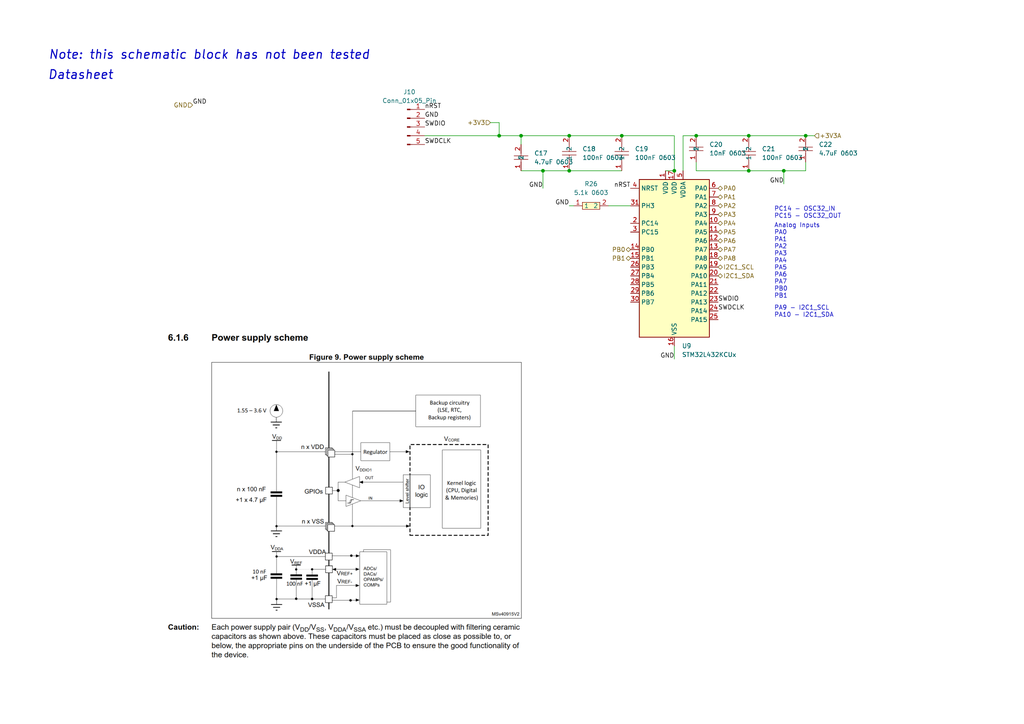
<source format=kicad_sch>
(kicad_sch (version 20231120) (generator "eeschema") (generator_version "8.0")
  (paper "A4")
  (lib_symbols
    (symbol "Connector:Conn_01x05_Pin" (pin_names (offset 1.016) hide)
      (property "Reference" "J" (at 0 7.62 0))
      (property "Value" "Conn_01x05_Pin" (at 0 -7.62 0))
      (symbol "Conn_01x05_Pin_1_1"
        (polyline (pts (xy 1.27 -5.08) (xy 0.8636 -5.08)) (stroke (width 0.1524)))
        (polyline (pts (xy 1.27 -2.54) (xy 0.8636 -2.54)) (stroke (width 0.1524)))
        (polyline (pts (xy 1.27 0) (xy 0.8636 0)) (stroke (width 0.1524)))
        (polyline (pts (xy 1.27 2.54) (xy 0.8636 2.54)) (stroke (width 0.1524)))
        (polyline (pts (xy 1.27 5.08) (xy 0.8636 5.08)) (stroke (width 0.1524)))
        (rectangle (start 0.8636 -4.953) (end 0 -5.207) (stroke (width 0.1524)) (fill (type outline)))
        (rectangle (start 0.8636 -2.413) (end 0 -2.667) (stroke (width 0.1524)) (fill (type outline)))
        (rectangle (start 0.8636 0.127) (end 0 -0.127) (stroke (width 0.1524)) (fill (type outline)))
        (rectangle (start 0.8636 2.667) (end 0 2.413) (stroke (width 0.1524)) (fill (type outline)))
        (rectangle (start 0.8636 5.207) (end 0 4.953) (stroke (width 0.1524)) (fill (type outline)))
        (pin passive line (at 5.08 5.08 180) (length 3.81) (name "Pin_1") (number "1"))
        (pin passive line (at 5.08 2.54 180) (length 3.81) (name "Pin_2") (number "2"))
        (pin passive line (at 5.08 0 180) (length 3.81) (name "Pin_3") (number "3"))
        (pin passive line (at 5.08 -2.54 180) (length 3.81) (name "Pin_4") (number "4"))
        (pin passive line (at 5.08 -5.08 180) (length 3.81) (name "Pin_5") (number "5"))
      )
    )
    (symbol "MCU_ST_STM32L4:STM32L432KCUx"
      (property "Reference" "U" (at -10.16 24.13 0))
      (property "Value" "STM32L432KCUx" (at 5.08 24.13 0))
      (symbol "STM32L432KCUx_0_1"
        (rectangle (start -10.16 -22.86) (end 10.16 22.86) (stroke (width 0.254)) (fill (type background)))
      )
      (symbol "STM32L432KCUx_1_1"
        (pin power_in line (at -2.54 25.4 270) (length 2.54) (name "VDD") (number "1"))
        (pin bidirectional line (at 12.7 10.16 180) (length 2.54) (name "PA4") (number "10"))
        (pin bidirectional line (at 12.7 7.62 180) (length 2.54) (name "PA5") (number "11"))
        (pin bidirectional line (at 12.7 5.08 180) (length 2.54) (name "PA6") (number "12"))
        (pin bidirectional line (at 12.7 2.54 180) (length 2.54) (name "PA7") (number "13"))
        (pin bidirectional line (at -12.7 2.54 0) (length 2.54) (name "PB0") (number "14"))
        (pin bidirectional line (at -12.7 0 0) (length 2.54) (name "PB1") (number "15"))
        (pin power_in line (at 0 -25.4 90) (length 2.54) (name "VSS") (number "16"))
        (pin power_in line (at 0 25.4 270) (length 2.54) (name "VDD") (number "17"))
        (pin bidirectional line (at 12.7 0 180) (length 2.54) (name "PA8") (number "18"))
        (pin bidirectional line (at 12.7 -2.54 180) (length 2.54) (name "PA9") (number "19"))
        (pin bidirectional line (at -12.7 10.16 0) (length 2.54) (name "PC14") (number "2"))
        (pin bidirectional line (at 12.7 -5.08 180) (length 2.54) (name "PA10") (number "20"))
        (pin bidirectional line (at 12.7 -7.62 180) (length 2.54) (name "PA11") (number "21"))
        (pin bidirectional line (at 12.7 -10.16 180) (length 2.54) (name "PA12") (number "22"))
        (pin bidirectional line (at 12.7 -12.7 180) (length 2.54) (name "PA13") (number "23"))
        (pin bidirectional line (at 12.7 -15.24 180) (length 2.54) (name "PA14") (number "24"))
        (pin bidirectional line (at 12.7 -17.78 180) (length 2.54) (name "PA15") (number "25"))
        (pin bidirectional line (at -12.7 -2.54 0) (length 2.54) (name "PB3") (number "26"))
        (pin bidirectional line (at -12.7 -5.08 0) (length 2.54) (name "PB4") (number "27"))
        (pin bidirectional line (at -12.7 -7.62 0) (length 2.54) (name "PB5") (number "28"))
        (pin bidirectional line (at -12.7 -10.16 0) (length 2.54) (name "PB6") (number "29"))
        (pin bidirectional line (at -12.7 7.62 0) (length 2.54) (name "PC15") (number "3"))
        (pin bidirectional line (at -12.7 -12.7 0) (length 2.54) (name "PB7") (number "30"))
        (pin bidirectional line (at -12.7 15.24 0) (length 2.54) (name "PH3") (number "31"))
        (pin passive line (at 0 -25.4 90) (length 2.54) hide (name "VSS") (number "32"))
        (pin passive line (at 0 -25.4 90) (length 2.54) hide (name "VSS") (number "33"))
        (pin input line (at -12.7 20.32 0) (length 2.54) (name "NRST") (number "4"))
        (pin power_in line (at 2.54 25.4 270) (length 2.54) (name "VDDA") (number "5"))
        (pin bidirectional line (at 12.7 20.32 180) (length 2.54) (name "PA0") (number "6"))
        (pin bidirectional line (at 12.7 17.78 180) (length 2.54) (name "PA1") (number "7"))
        (pin bidirectional line (at 12.7 15.24 180) (length 2.54) (name "PA2") (number "8"))
        (pin bidirectional line (at 12.7 12.7 180) (length 2.54) (name "PA3") (number "9"))
      )
    )
    (symbol "Rocketry_Easyeda:0603B103K500NT (10nF 0603)"
      (property "Reference" "C" (at 0 5.08 0))
      (property "Value" "0603B103K500NT (10nF 0603)" (at 0 -5.08 0))
      (symbol "0603B103K500NT (10nF 0603)_0_1"
        (polyline (pts (xy -1.27 0) (xy -0.51 0)))
        (polyline (pts (xy -0.51 2.03) (xy -0.51 -2.03)))
        (polyline (pts (xy 0.51 0) (xy 1.27 0)))
        (polyline (pts (xy 0.51 2.03) (xy 0.51 -2.03)))
        (pin input line (at -3.81 0 0) (length 2.54) (name "1") (number "1"))
        (pin input line (at 3.81 0 180) (length 2.54) (name "2") (number "2"))
      )
    )
    (symbol "Rocketry_Easyeda:0603WAF5101T5E (5.1k 0603)"
      (property "Reference" "R" (at 0 5.08 0))
      (property "Value" "0603WAF5101T5E (5.1k 0603)" (at 0 -5.08 0))
      (symbol "0603WAF5101T5E (5.1k 0603)_0_1"
        (rectangle (start -2.54 1.02) (end 2.54 -1.02) (fill (type background)))
        (pin input line (at -5.08 0 0) (length 2.54) (name "1") (number "1"))
        (pin input line (at 5.08 0 180) (length 2.54) (name "2") (number "2"))
      )
    )
    (symbol "Rocketry_Easyeda:CC0603KRX7R9BB104 (100nF 0603)"
      (property "Reference" "C" (at 0 5.08 0))
      (property "Value" "CC0603KRX7R9BB104 (100nF 0603)" (at 0 -5.08 0))
      (symbol "CC0603KRX7R9BB104 (100nF 0603)_0_1"
        (polyline (pts (xy -0.51 -2.03) (xy -0.51 2.03)))
        (polyline (pts (xy -0.51 0) (xy -2.54 0)))
        (polyline (pts (xy 0.51 2.03) (xy 0.51 -2.03)))
        (polyline (pts (xy 2.54 0) (xy 0.51 0)))
        (pin unspecified line (at -5.08 0 0) (length 2.54) (name "1") (number "1"))
        (pin unspecified line (at 5.08 0 180) (length 2.54) (name "2") (number "2"))
      )
    )
    (symbol "Rocketry_Easyeda:CL10A475KO8NNNC (4.7uF 0603)"
      (property "Reference" "C" (at 0 5.08 0))
      (property "Value" "CL10A475KO8NNNC (4.7uF 0603)" (at 0 -5.08 0))
      (symbol "CL10A475KO8NNNC (4.7uF 0603)_0_1"
        (polyline (pts (xy -1.27 0) (xy -0.51 0)))
        (polyline (pts (xy -0.51 2.03) (xy -0.51 -2.03)))
        (polyline (pts (xy 0.51 0) (xy 1.27 0)))
        (polyline (pts (xy 0.51 2.03) (xy 0.51 -2.03)))
        (pin input line (at -3.81 0 0) (length 2.54) (name "1") (number "1"))
        (pin input line (at 3.81 0 180) (length 2.54) (name "2") (number "2"))
      )
    )
  )
  (junction (at 165.1 39.37))
  (junction (at 157.48 49.53))
  (junction (at 227.33 49.53))
  (junction (at 195.58 49.53))
  (junction (at 201.93 39.37))
  (junction (at 144.78 39.37))
  (junction (at 151.13 39.37))
  (junction (at 233.68 39.37))
  (junction (at 165.1 49.53))
  (junction (at 217.17 49.53))
  (junction (at 180.34 39.37))
  (junction (at 217.17 39.37))
  (wire (pts (xy 217.17 49.53) (xy 227.33 49.53)))
  (wire (pts (xy 144.78 39.37) (xy 151.13 39.37)))
  (wire (pts (xy 195.58 49.53) (xy 195.58 39.37)))
  (wire (pts (xy 201.93 46.99) (xy 201.93 49.53)))
  (wire (pts (xy 201.93 39.37) (xy 217.17 39.37)))
  (wire (pts (xy 151.13 39.37) (xy 151.13 41.91)))
  (wire (pts (xy 217.17 39.37) (xy 233.68 39.37)))
  (wire (pts (xy 165.1 49.53) (xy 180.34 49.53)))
  (wire (pts (xy 157.48 49.53) (xy 165.1 49.53)))
  (wire (pts (xy 227.33 49.53) (xy 233.68 49.53)))
  (wire (pts (xy 198.12 39.37) (xy 198.12 49.53)))
  (wire (pts (xy 123.19 39.37) (xy 144.78 39.37)))
  (wire (pts (xy 195.58 100.33) (xy 195.58 104.14)))
  (wire (pts (xy 233.68 39.37) (xy 236.22 39.37)))
  (wire (pts (xy 193.04 49.53) (xy 195.58 49.53)))
  (wire (pts (xy 157.48 49.53) (xy 157.48 54.61)))
  (wire (pts (xy 176.53 59.69) (xy 182.88 59.69)))
  (wire (pts (xy 227.33 49.53) (xy 227.33 53.34)))
  (wire (pts (xy 165.1 39.37) (xy 180.34 39.37)))
  (wire (pts (xy 201.93 49.53) (xy 217.17 49.53)))
  (wire (pts (xy 233.68 49.53) (xy 233.68 46.99)))
  (wire (pts (xy 165.1 59.69) (xy 166.37 59.69)))
  (wire (pts (xy 180.34 39.37) (xy 195.58 39.37)))
  (wire (pts (xy 198.12 39.37) (xy 201.93 39.37)))
  (wire (pts (xy 151.13 39.37) (xy 165.1 39.37)))
  (wire (pts (xy 144.78 35.56) (xy 144.78 39.37)))
  (wire (pts (xy 142.24 35.56) (xy 144.78 35.56)))
  (wire (pts (xy 151.13 49.53) (xy 157.48 49.53)))
  (image (at 100.33 144.78) (scale 0.308918))
  (text "PC14 - OSC32_IN\nPC15 - OSC32_OUT" (at 224.536 61.722 0) (effects (font (size 1.27 1.27)) (justify left)))
  (text "Analog Inputs\nPA0\nPA1\nPA2\nPA3\nPA4\nPA5\nPA6\nPA7\nPB0\nPB1" (at 224.536 75.692 0) (effects (font (size 1.27 1.27)) (justify left)))
  (text "PA9 - I2C1_SCL\nPA10 - I2C1_SDA" (at 224.536 90.424 0) (effects (font (size 1.27 1.27)) (justify left)))
  (text "Note: this schematic block has not been tested" (at 60.706 16.002 0) (effects (font (size 2.54 2.54) (thickness 0.3175) (italic yes))))
  (text "Datasheet" (at 23.368 21.844 0) (effects (font (size 2.54 2.54) (thickness 0.3175) (italic yes))))
  (label "SWDIO" (at 123.19 36.83 0))
  (label "GND" (at 123.19 34.29 0))
  (label "GND" (at 227.33 53.34 180))
  (label "SWDIO" (at 208.28 87.63 0))
  (label "GND" (at 195.58 104.14 180))
  (label "GND" (at 157.48 54.61 180))
  (label "nRST" (at 182.88 54.61 180))
  (label "SWDCLK" (at 123.19 41.91 0))
  (label "GND" (at 165.1 59.69 180))
  (label "nRST" (at 123.19 31.75 0))
  (label "SWDCLK" (at 208.28 90.17 0))
  (label "GND" (at 55.88 30.48 0))
  (hierarchical_label "I2C1_SCL" (shape bidirectional) (at 208.28 77.47 0))
  (hierarchical_label "PB0" (shape bidirectional) (at 182.88 72.39 180))
  (hierarchical_label "PA3" (shape bidirectional) (at 208.28 62.23 0))
  (hierarchical_label "PB1" (shape bidirectional) (at 182.88 74.93 180))
  (hierarchical_label "PA2" (shape bidirectional) (at 208.28 59.69 0))
  (hierarchical_label "PA4" (shape bidirectional) (at 208.28 64.77 0))
  (hierarchical_label "PA7" (shape bidirectional) (at 208.28 72.39 0))
  (hierarchical_label "+3V3" (shape input) (at 142.24 35.56 180))
  (hierarchical_label "PA8" (shape bidirectional) (at 208.28 74.93 0))
  (hierarchical_label "PA5" (shape bidirectional) (at 208.28 67.31 0))
  (hierarchical_label "PA0" (shape bidirectional) (at 208.28 54.61 0))
  (hierarchical_label "I2C1_SDA" (shape bidirectional) (at 208.28 80.01 0))
  (hierarchical_label "+3V3A" (shape input) (at 236.22 39.37 0))
  (hierarchical_label "GND" (shape input) (at 55.88 30.48 180))
  (hierarchical_label "PA1" (shape bidirectional) (at 208.28 57.15 0))
  (hierarchical_label "PA6" (shape bidirectional) (at 208.28 69.85 0))
  (symbol (lib_id "Connector:Conn_01x05_Pin") (at 118.11 36.83 0) (unit 1)
    (property "Reference" "J10" (at 118.745 26.67 0))
    (property "Value" "Conn_01x05_Pin" (at 118.745 29.21 0))
    (property "Footprint" "Connector_PinHeader_2.54mm:PinHeader_1x05_P2.54mm_Vertical" (effects (hide yes)))
    (property "Description" "Generic connector, single row, 01x05, script generated" (effects (hide yes)))
  )
  (symbol (lib_id "Rocketry_Easyeda:CC0603KRX7R9BB104 (100nF 0603)") (at 165.1 44.45 90) (unit 1)
    (property "Reference" "C18" (at 168.91 43.18 90) (effects (justify right)))
    (property "Value" "100nF 0603" (at 168.91 45.72 90) (effects (justify right)))
    (property "Footprint" "Rocketry_Easyeda:C0603" (effects (hide yes)))
    (property "Datasheet" "https://lcsc.com/product-detail/Multilayer-Ceramic-Capacitors-MLCC-SMD-SMT_100nF-104-10-50V_C14663.html" (effects (hide yes)))
    (property "LCSC Part" "C14663" (effects (hide yes)))
    (instances (project "EPSv2" (path "" (reference "C18") (unit 1))) (project "PCB_Schematic_Blocks_Library" (path "" (reference "C7") (unit 1))))
  )
  (symbol (lib_id "Rocketry_Easyeda:CC0603KRX7R9BB104 (100nF 0603)") (at 180.34 44.45 90) (unit 1)
    (property "Reference" "C19" (at 184.15 43.18 90) (effects (justify right)))
    (property "Value" "100nF 0603" (at 184.15 45.72 90) (effects (justify right)))
    (property "Footprint" "Rocketry_Easyeda:C0603" (effects (hide yes)))
    (property "Datasheet" "https://lcsc.com/product-detail/Multilayer-Ceramic-Capacitors-MLCC-SMD-SMT_100nF-104-10-50V_C14663.html" (effects (hide yes)))
    (property "LCSC Part" "C14663" (effects (hide yes)))
    (instances (project "EPSv2" (path "" (reference "C19") (unit 1))) (project "PCB_Schematic_Blocks_Library" (path "" (reference "C8") (unit 1))))
  )
  (symbol (lib_id "Rocketry_Easyeda:0603WAF5101T5E (5.1k 0603)") (at 171.45 59.69 0) (unit 1)
    (property "Reference" "R26" (at 171.45 53.34 0))
    (property "Value" "5.1k 0603" (at 171.45 55.88 0))
    (property "Footprint" "Rocketry_Easyeda:R0603" (effects (hide yes)))
    (property "Datasheet" "https://lcsc.com/product-detail/Chip-Resistor-Surface-Mount-UniOhm_5-1KR-5101-1_C23186.html" (effects (hide yes)))
    (property "LCSC Part" "C23186" (effects (hide yes)))
    (instances (project "EPSv2" (path "" (reference "R26") (unit 1))) (project "PCB_Schematic_Blocks_Library" (path "" (reference "R22") (unit 1))))
  )
  (symbol (lib_id "MCU_ST_STM32L4:STM32L432KCUx") (at 195.58 74.93 0) (unit 1)
    (property "Reference" "U9" (at 197.7741 100.33 0) (effects (justify left)))
    (property "Value" "STM32L432KCUx" (at 197.7741 102.87 0) (effects (justify left)))
    (property "Footprint" "Package_DFN_QFN:QFN-32-1EP_5x5mm_P0.5mm_EP3.45x3.45mm" (effects (hide yes)))
    (property "Datasheet" "https://www.st.com/resource/en/datasheet/stm32l432kc.pdf" (effects (hide yes)))
    (property "Description" "STMicroelectronics Arm Cortex-M4 MCU, 256KB flash, 64KB RAM, 80 MHz, 1.71-3.6V, 26 GPIO, UFQFPN32" (effects (hide yes)))
    (instances (project "EPSv2" (path "" (reference "U9") (unit 1))) (project "PCB_Schematic_Blocks_Library" (path "" (reference "U11") (unit 1))))
  )
  (symbol (lib_id "Rocketry_Easyeda:CL10A475KO8NNNC (4.7uF 0603)") (at 151.13 45.72 90) (unit 1)
    (property "Reference" "C17" (at 154.94 44.45 90) (effects (justify right)))
    (property "Value" "4.7uF 0603" (at 154.94 46.99 90) (effects (justify right)))
    (property "Footprint" "Rocketry_Easyeda:C0603" (effects (hide yes)))
    (property "Datasheet" "https://lcsc.com/product-detail/Multilayer-Ceramic-Capacitors-MLCC-SMD-SMT_SAMSUNG_CL10A475KO8NNNC_4-7uF-475-10-16V_C19666.html" (effects (hide yes)))
    (property "LCSC Part" "C19666" (effects (hide yes)))
    (instances (project "EPSv2" (path "" (reference "C17") (unit 1))) (project "PCB_Schematic_Blocks_Library" (path "" (reference "C27") (unit 1))))
  )
  (symbol (lib_id "Rocketry_Easyeda:CC0603KRX7R9BB104 (100nF 0603)") (at 217.17 44.45 90) (unit 1)
    (property "Reference" "C21" (at 220.98 43.18 90) (effects (justify right)))
    (property "Value" "100nF 0603" (at 220.98 45.72 90) (effects (justify right)))
    (property "Footprint" "Rocketry_Easyeda:C0603" (effects (hide yes)))
    (property "Datasheet" "https://lcsc.com/product-detail/Multilayer-Ceramic-Capacitors-MLCC-SMD-SMT_100nF-104-10-50V_C14663.html" (effects (hide yes)))
    (property "LCSC Part" "C14663" (effects (hide yes)))
    (instances (project "EPSv2" (path "" (reference "C21") (unit 1))) (project "PCB_Schematic_Blocks_Library" (path "" (reference "C28") (unit 1))))
  )
  (symbol (lib_id "Rocketry_Easyeda:0603B103K500NT (10nF 0603)") (at 201.93 43.18 90) (unit 1)
    (property "Reference" "C20" (at 205.74 41.91 90) (effects (justify right)))
    (property "Value" "10nF 0603" (at 205.74 44.45 90) (effects (justify right)))
    (property "Footprint" "Rocketry_Easyeda:C0603" (effects (hide yes)))
    (property "Datasheet" "https://lcsc.com/product-detail/Multilayer-Ceramic-Capacitors-MLCC-SMD-SMT_10nF-103-10-50V_C57112.html" (effects (hide yes)))
    (property "LCSC Part" "C57112" (effects (hide yes)))
    (instances (project "EPSv2" (path "" (reference "C20") (unit 1))) (project "PCB_Schematic_Blocks_Library" (path "" (reference "C29") (unit 1))))
  )
  (symbol (lib_id "Rocketry_Easyeda:CL10A475KO8NNNC (4.7uF 0603)") (at 233.68 43.18 90) (unit 1)
    (property "Reference" "C22" (at 237.49 41.91 90) (effects (justify right)))
    (property "Value" "4.7uF 0603" (at 237.49 44.45 90) (effects (justify right)))
    (property "Footprint" "Rocketry_Easyeda:C0603" (effects (hide yes)))
    (property "Datasheet" "https://lcsc.com/product-detail/Multilayer-Ceramic-Capacitors-MLCC-SMD-SMT_SAMSUNG_CL10A475KO8NNNC_4-7uF-475-10-16V_C19666.html" (effects (hide yes)))
    (property "LCSC Part" "C19666" (effects (hide yes)))
    (instances (project "EPSv2" (path "" (reference "C22") (unit 1))) (project "PCB_Schematic_Blocks_Library" (path "" (reference "C9") (unit 1))))
  )
)
</source>
